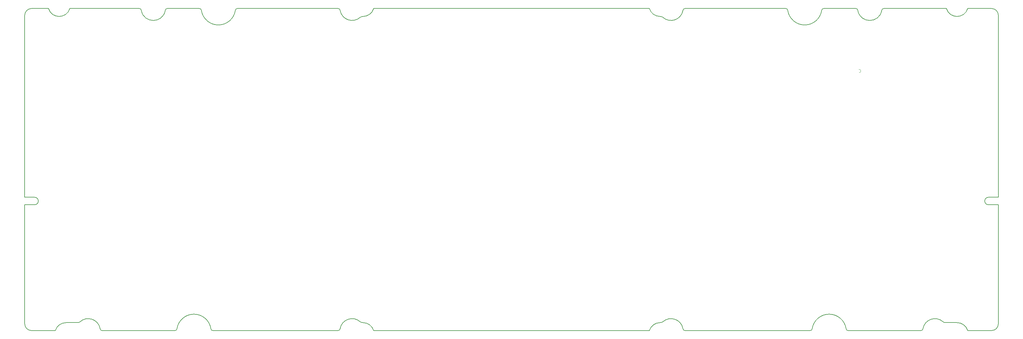
<source format=gm1>
%TF.GenerationSoftware,KiCad,Pcbnew,7.0.9-7.0.9~ubuntu22.04.1*%
%TF.CreationDate,2023-11-09T12:16:25-08:00*%
%TF.ProjectId,SST60,53535436-302e-46b6-9963-61645f706362,0.1*%
%TF.SameCoordinates,Original*%
%TF.FileFunction,Profile,NP*%
%FSLAX46Y46*%
G04 Gerber Fmt 4.6, Leading zero omitted, Abs format (unit mm)*
G04 Created by KiCad (PCBNEW 7.0.9-7.0.9~ubuntu22.04.1) date 2023-11-09 12:16:25*
%MOMM*%
%LPD*%
G01*
G04 APERTURE LIST*
%TA.AperFunction,Profile*%
%ADD10C,0.100000*%
%TD*%
%TA.AperFunction,Profile*%
%ADD11C,0.200000*%
%TD*%
G04 APERTURE END LIST*
D10*
X276250000Y-59000000D02*
G75*
G03*
X276250000Y-58000000I0J500000D01*
G01*
D11*
%TO.C,H1*%
X32275008Y-42212507D02*
X32275008Y-95412496D01*
X32275008Y-95412496D02*
X35168005Y-95412496D01*
X32275008Y-97612500D02*
X32275008Y-132412500D01*
X34275008Y-134412500D02*
X41234007Y-134412500D01*
X35168005Y-97612500D02*
X32275008Y-97612500D01*
X39234007Y-40212507D02*
X34275008Y-40212507D01*
X44350008Y-132087499D02*
X47925005Y-132087499D01*
X54897005Y-134412500D02*
X76241003Y-134412500D01*
X65805006Y-40212507D02*
X45466006Y-40212507D01*
X83370009Y-40212507D02*
X73947005Y-40212507D01*
X87271010Y-134412500D02*
X123929007Y-134412500D01*
X123929007Y-40212507D02*
X94430006Y-40212507D01*
X130930014Y-132087499D02*
X131200003Y-132087499D01*
X131200003Y-42537504D02*
X130974005Y-42537504D01*
X134316000Y-134412500D02*
X214934012Y-134412500D01*
X214934012Y-40212507D02*
X134316000Y-40212507D01*
X218050009Y-132087499D02*
X218318014Y-132087499D01*
X218304007Y-42537504D02*
X218050009Y-42537504D01*
X225321005Y-134412500D02*
X261979010Y-134412500D01*
X254820013Y-40212507D02*
X225321005Y-40212507D01*
X273009009Y-134412500D02*
X294353003Y-134412500D01*
X275303015Y-40212507D02*
X265880011Y-40212507D01*
X301442999Y-132087499D02*
X304900000Y-132087499D01*
X301784003Y-40212507D02*
X283445013Y-40212507D01*
X308015997Y-134412500D02*
X314975012Y-134412500D01*
X314082007Y-95412496D02*
X316975012Y-95412496D01*
X314975012Y-40212507D02*
X308015997Y-40212507D01*
X316975012Y-95412496D02*
X316975012Y-42212507D01*
X316975012Y-97612500D02*
X314082007Y-97612500D01*
X316975012Y-132412500D02*
X316975012Y-97612500D01*
X34275008Y-40212507D02*
G75*
G03*
X32275008Y-42212507I723J-2000723D01*
G01*
X32275008Y-132412500D02*
G75*
G03*
X34275008Y-134412500I2000729J729D01*
G01*
X35168005Y-97612500D02*
G75*
G03*
X35168005Y-95412496I1J1100002D01*
G01*
X44350008Y-132087499D02*
G75*
G03*
X41234007Y-134412500I-899J-3249351D01*
G01*
X39234007Y-40212507D02*
G75*
G03*
X45466006Y-40212507I3115999J925560D01*
G01*
X47925005Y-132087498D02*
G75*
G03*
X48359007Y-131907499I-858J615284D01*
G01*
X54326006Y-133841501D02*
G75*
G03*
X48359007Y-131907499I-3499969J-626468D01*
G01*
X54326007Y-133841501D02*
G75*
G03*
X54897005Y-134412499I570174J-824D01*
G01*
X66376004Y-40783506D02*
G75*
G03*
X65805006Y-40212508I-570160J838D01*
G01*
X66376005Y-40783506D02*
G75*
G03*
X73376005Y-40783506I3500000J626656D01*
G01*
X73947005Y-40212508D02*
G75*
G03*
X73376006Y-40783506I-839J-570160D01*
G01*
X76241003Y-134412500D02*
G75*
G03*
X76797011Y-133856500I-518J556526D01*
G01*
X86715008Y-133856500D02*
G75*
G03*
X76797012Y-133856500I-4958998J-770498D01*
G01*
X83941007Y-40783506D02*
G75*
G03*
X83370009Y-40212508I-570160J838D01*
G01*
X86715010Y-133856500D02*
G75*
G03*
X87271010Y-134412500I556511J511D01*
G01*
X83941007Y-40783506D02*
G75*
G03*
X93859007Y-40783506I4959000J770510D01*
G01*
X94430006Y-40212508D02*
G75*
G03*
X93859008Y-40783506I-838J-570160D01*
G01*
X124500005Y-40783506D02*
G75*
G03*
X123929007Y-40212508I-570160J838D01*
G01*
X123929007Y-134412499D02*
G75*
G03*
X124500005Y-133841501I824J570174D01*
G01*
X130445013Y-131886499D02*
G75*
G03*
X124500007Y-133841501I-2444801J-2582202D01*
G01*
X124500006Y-40783506D02*
G75*
G03*
X130410010Y-42771497I3500403J627401D01*
G01*
X130974005Y-42537504D02*
G75*
G03*
X130410010Y-42771497I1388J-800042D01*
G01*
X130445013Y-131886499D02*
G75*
G03*
X130930014Y-132087499I484827J484219D01*
G01*
X134316000Y-134412500D02*
G75*
G03*
X131200003Y-132087499I-3115094J-924340D01*
G01*
X131200003Y-42537504D02*
G75*
G03*
X134315999Y-40212507I891J3249357D01*
G01*
X218050009Y-132087477D02*
G75*
G03*
X214934013Y-134412500I-909J-3249323D01*
G01*
X214933964Y-40212521D02*
G75*
G03*
X218050009Y-42537504I3115136J924421D01*
G01*
X218816990Y-42749511D02*
G75*
G03*
X218304007Y-42537504I-511690J-511489D01*
G01*
X218318014Y-132087476D02*
G75*
G03*
X218807013Y-131884500I-2514J696576D01*
G01*
X224749969Y-133841508D02*
G75*
G03*
X218807013Y-131884500I-3499869J-626092D01*
G01*
X218817008Y-42749493D02*
G75*
G03*
X224750006Y-40783506I2432972J2593083D01*
G01*
X225321005Y-40212507D02*
G75*
G03*
X224750007Y-40783506I-805J-570193D01*
G01*
X224750001Y-133841501D02*
G75*
G03*
X225321005Y-134412499I570199J-799D01*
G01*
X255390992Y-40783506D02*
G75*
G03*
X254820013Y-40212508I-570192J806D01*
G01*
X261979010Y-134412510D02*
G75*
G03*
X262535010Y-133856500I-510J556510D01*
G01*
X272453010Y-133856500D02*
G75*
G03*
X262535010Y-133856500I-4959000J-770497D01*
G01*
X255391014Y-40783506D02*
G75*
G03*
X265308996Y-40783506I4958991J770504D01*
G01*
X265880011Y-40212498D02*
G75*
G03*
X265308998Y-40783506I-811J-570202D01*
G01*
X272453000Y-133856500D02*
G75*
G03*
X273009009Y-134412500I556500J500D01*
G01*
X275873992Y-40783506D02*
G75*
G03*
X275303015Y-40212508I-569992J1006D01*
G01*
X275873999Y-40783506D02*
G75*
G03*
X282873999Y-40783506I3500000J626656D01*
G01*
X283445013Y-40212500D02*
G75*
G03*
X282874000Y-40783506I-813J-570200D01*
G01*
X294353003Y-134412516D02*
G75*
G03*
X294924016Y-133841501I797J570216D01*
G01*
X300797001Y-131819500D02*
G75*
G03*
X294924018Y-133841501I-2372251J-2649860D01*
G01*
X300797019Y-131819481D02*
G75*
G03*
X301442999Y-132087498I646981J646881D01*
G01*
X308015967Y-134412509D02*
G75*
G03*
X304900000Y-132087499I-3115067J-924291D01*
G01*
X301784003Y-40212507D02*
G75*
G03*
X308015997Y-40212507I3115997J925555D01*
G01*
X314082007Y-95412500D02*
G75*
G03*
X314082007Y-97612500I-7J-1100000D01*
G01*
X316974993Y-42212507D02*
G75*
G03*
X314975012Y-40212507I-2000693J-693D01*
G01*
X314975012Y-134412512D02*
G75*
G03*
X316975012Y-132412500I-712J2000712D01*
G01*
%TD*%
M02*

</source>
